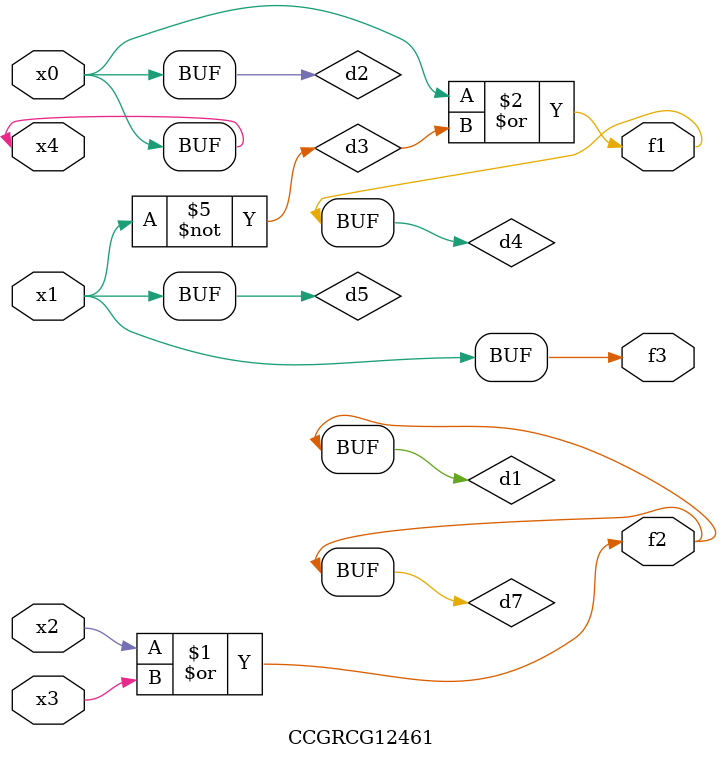
<source format=v>
module CCGRCG12461(
	input x0, x1, x2, x3, x4,
	output f1, f2, f3
);

	wire d1, d2, d3, d4, d5, d6, d7;

	or (d1, x2, x3);
	buf (d2, x0, x4);
	not (d3, x1);
	or (d4, d2, d3);
	not (d5, d3);
	nand (d6, d1, d3);
	or (d7, d1);
	assign f1 = d4;
	assign f2 = d7;
	assign f3 = d5;
endmodule

</source>
